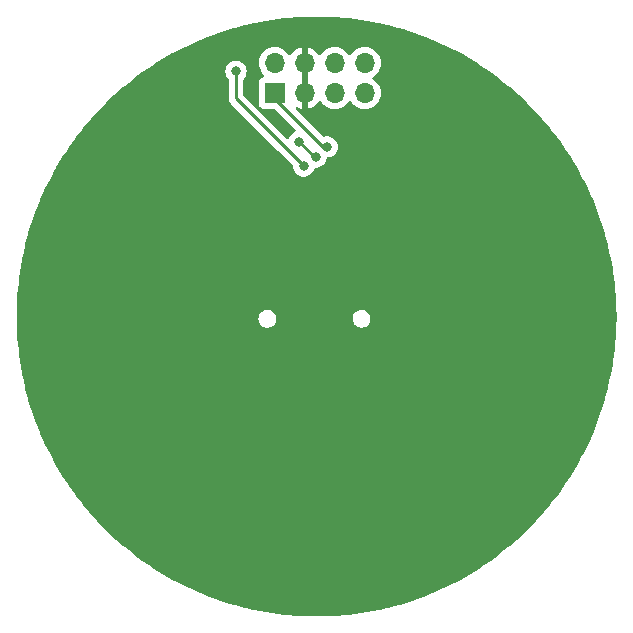
<source format=gbr>
%TF.GenerationSoftware,KiCad,Pcbnew,7.0.8*%
%TF.CreationDate,2025-03-05T08:55:57-05:00*%
%TF.ProjectId,cartridgeholder,63617274-7269-4646-9765-686f6c646572,rev?*%
%TF.SameCoordinates,Original*%
%TF.FileFunction,Copper,L2,Bot*%
%TF.FilePolarity,Positive*%
%FSLAX46Y46*%
G04 Gerber Fmt 4.6, Leading zero omitted, Abs format (unit mm)*
G04 Created by KiCad (PCBNEW 7.0.8) date 2025-03-05 08:55:57*
%MOMM*%
%LPD*%
G01*
G04 APERTURE LIST*
%TA.AperFunction,ComponentPad*%
%ADD10R,1.700000X1.700000*%
%TD*%
%TA.AperFunction,ComponentPad*%
%ADD11O,1.700000X1.700000*%
%TD*%
%TA.AperFunction,ViaPad*%
%ADD12C,0.800000*%
%TD*%
%TA.AperFunction,Conductor*%
%ADD13C,0.250000*%
%TD*%
G04 APERTURE END LIST*
D10*
%TO.P,J2,1,Pin_1*%
%TO.N,Net-(J2-Pin_1)*%
X131960000Y-103190000D03*
D11*
%TO.P,J2,2,Pin_2*%
%TO.N,Net-(J2-Pin_2)*%
X131960000Y-100650000D03*
%TO.P,J2,3,Pin_3*%
%TO.N,GND*%
X134500000Y-103190000D03*
%TO.P,J2,4,Pin_4*%
X134500000Y-100650000D03*
%TO.P,J2,5,Pin_5*%
%TO.N,Net-(J2-Pin_5)*%
X137040000Y-103190000D03*
%TO.P,J2,6,Pin_6*%
%TO.N,Net-(J2-Pin_6)*%
X137040000Y-100650000D03*
%TO.P,J2,7,Pin_7*%
%TO.N,Net-(J2-Pin_7)*%
X139580000Y-103190000D03*
%TO.P,J2,8,Pin_8*%
%TO.N,Net-(J2-Pin_8)*%
X139580000Y-100650000D03*
%TD*%
D12*
%TO.N,GND*%
X125520000Y-107930000D03*
X146670000Y-112380000D03*
X146560000Y-122080000D03*
X126340000Y-112410000D03*
X126080000Y-122050000D03*
%TO.N,Net-(J2-Pin_5)*%
X135450000Y-108610000D03*
X134030000Y-107310000D03*
%TO.N,Net-(J2-Pin_1)*%
X136400000Y-107750000D03*
%TO.N,Net-(J2-Pin_2)*%
X134417299Y-109377299D03*
X128680000Y-101370000D03*
%TD*%
D13*
%TO.N,Net-(J2-Pin_5)*%
X135330000Y-108610000D02*
X134030000Y-107310000D01*
X135450000Y-108610000D02*
X135330000Y-108610000D01*
%TO.N,Net-(J2-Pin_1)*%
X136040000Y-107750000D02*
X134240000Y-105950000D01*
X134230000Y-105950000D02*
X131960000Y-103680000D01*
X131960000Y-103680000D02*
X131960000Y-103190000D01*
X134240000Y-105950000D02*
X134230000Y-105950000D01*
X136400000Y-107750000D02*
X136040000Y-107750000D01*
%TO.N,Net-(J2-Pin_2)*%
X128680000Y-103640000D02*
X128680000Y-101370000D01*
X134417299Y-109377299D02*
X128680000Y-103640000D01*
%TD*%
%TA.AperFunction,Conductor*%
%TO.N,GND*%
G36*
X134750000Y-102754498D02*
G01*
X134642315Y-102705320D01*
X134535763Y-102690000D01*
X134464237Y-102690000D01*
X134357685Y-102705320D01*
X134250000Y-102754498D01*
X134250000Y-101085501D01*
X134357685Y-101134680D01*
X134464237Y-101150000D01*
X134535763Y-101150000D01*
X134642315Y-101134680D01*
X134750000Y-101085501D01*
X134750000Y-102754498D01*
G37*
%TD.AperFunction*%
%TA.AperFunction,Conductor*%
G36*
X136103585Y-96729538D02*
G01*
X136910860Y-96761658D01*
X137112563Y-96773704D01*
X137917860Y-96837888D01*
X138118963Y-96857947D01*
X138921103Y-96954100D01*
X139121250Y-96982139D01*
X139918884Y-97110098D01*
X140117773Y-97146075D01*
X140909695Y-97305645D01*
X141107007Y-97349503D01*
X141891918Y-97540421D01*
X142087406Y-97592109D01*
X142087427Y-97592115D01*
X142864049Y-97814066D01*
X143057283Y-97873470D01*
X143824571Y-98126154D01*
X144015302Y-98193199D01*
X144771879Y-98476167D01*
X144959790Y-98550739D01*
X145704559Y-98863578D01*
X145889350Y-98945560D01*
X146621087Y-99287760D01*
X146776629Y-99364304D01*
X146800586Y-99376094D01*
X146802446Y-99377009D01*
X147520025Y-99748042D01*
X147697714Y-99844443D01*
X148299060Y-100186337D01*
X148399932Y-100243687D01*
X148573667Y-100347088D01*
X149259435Y-100773919D01*
X149428964Y-100884172D01*
X150093500Y-101335405D01*
X150097222Y-101337932D01*
X150262192Y-101454808D01*
X150352331Y-101521400D01*
X150911881Y-101934776D01*
X151072106Y-102058143D01*
X151652200Y-102523454D01*
X151702194Y-102563556D01*
X151857377Y-102693187D01*
X152466889Y-103223263D01*
X152584301Y-103329547D01*
X152616798Y-103358964D01*
X153204714Y-103912816D01*
X153349142Y-104054400D01*
X153914589Y-104631204D01*
X154053242Y-104778385D01*
X154595319Y-105377222D01*
X154728013Y-105529801D01*
X155245862Y-106149726D01*
X155372362Y-106307430D01*
X155565968Y-106558877D01*
X155865163Y-106947462D01*
X155985326Y-107110116D01*
X156452257Y-107769184D01*
X156565871Y-107936507D01*
X157006239Y-108613630D01*
X157113088Y-108785298D01*
X157222913Y-108969827D01*
X157526209Y-109479432D01*
X157626132Y-109655183D01*
X158011347Y-110365221D01*
X158104194Y-110544787D01*
X158460862Y-111269550D01*
X158546524Y-111452726D01*
X158768005Y-111951961D01*
X158874055Y-112191004D01*
X158874080Y-112191059D01*
X158952399Y-112377512D01*
X159250338Y-113128275D01*
X159321179Y-113317684D01*
X159589054Y-114079755D01*
X159652282Y-114271750D01*
X159889652Y-115043876D01*
X159945210Y-115238279D01*
X160151699Y-116019250D01*
X160199467Y-116215635D01*
X160374749Y-117004219D01*
X160414679Y-117202385D01*
X160558463Y-117997271D01*
X160590489Y-118196906D01*
X160702555Y-118996862D01*
X160726618Y-119197610D01*
X160806792Y-120001389D01*
X160822856Y-120202938D01*
X160871012Y-121009281D01*
X160879050Y-121211283D01*
X160897121Y-122120000D01*
X160879050Y-123028716D01*
X160871012Y-123230718D01*
X160822856Y-124037061D01*
X160806792Y-124238610D01*
X160726618Y-125042389D01*
X160702555Y-125243137D01*
X160590489Y-126043093D01*
X160558463Y-126242728D01*
X160414679Y-127037614D01*
X160374749Y-127235780D01*
X160199467Y-128024364D01*
X160151699Y-128220749D01*
X159945210Y-129001720D01*
X159889652Y-129196123D01*
X159652282Y-129968249D01*
X159589054Y-130160244D01*
X159321179Y-130922315D01*
X159250338Y-131111724D01*
X158952399Y-131862487D01*
X158874080Y-132048940D01*
X158546524Y-132787273D01*
X158460862Y-132970449D01*
X158104194Y-133695212D01*
X158011347Y-133874778D01*
X157626132Y-134584816D01*
X157526209Y-134760567D01*
X157113095Y-135454690D01*
X157006239Y-135626369D01*
X156565871Y-136303492D01*
X156452257Y-136470815D01*
X155985326Y-137129883D01*
X155865163Y-137292537D01*
X155372373Y-137932556D01*
X155245862Y-138090273D01*
X154728013Y-138710198D01*
X154595319Y-138862777D01*
X154053242Y-139461614D01*
X153914589Y-139608795D01*
X153349147Y-140185594D01*
X153204714Y-140327183D01*
X152616798Y-140881035D01*
X152466880Y-141016744D01*
X151857382Y-141546809D01*
X151702194Y-141676443D01*
X151072115Y-142181850D01*
X150911881Y-142305223D01*
X150262194Y-142785189D01*
X150097222Y-142902067D01*
X149428960Y-143355830D01*
X149259435Y-143466080D01*
X148573667Y-143892911D01*
X148399932Y-143996312D01*
X147697703Y-144395562D01*
X147520014Y-144491963D01*
X146802450Y-144862988D01*
X146621087Y-144952239D01*
X145889340Y-145294444D01*
X145704546Y-145376426D01*
X144959798Y-145689257D01*
X144771879Y-145763832D01*
X144015289Y-146046805D01*
X143824542Y-146113854D01*
X143057312Y-146366520D01*
X142864049Y-146425933D01*
X142087400Y-146647892D01*
X141891881Y-146699587D01*
X141107005Y-146890496D01*
X140909677Y-146934357D01*
X140117786Y-147093922D01*
X139918852Y-147129906D01*
X139121249Y-147257860D01*
X138921062Y-147285904D01*
X138118991Y-147382049D01*
X137917848Y-147402112D01*
X137112569Y-147466294D01*
X136910820Y-147478343D01*
X136103627Y-147510460D01*
X135901527Y-147514479D01*
X135093715Y-147514479D01*
X134891614Y-147510460D01*
X134084421Y-147478343D01*
X133882672Y-147466294D01*
X133077393Y-147402112D01*
X132876250Y-147382049D01*
X132074179Y-147285904D01*
X131873992Y-147257860D01*
X131076389Y-147129906D01*
X130877455Y-147093922D01*
X130085564Y-146934357D01*
X129888236Y-146890496D01*
X129103360Y-146699587D01*
X128907841Y-146647892D01*
X128131192Y-146425933D01*
X127937929Y-146366520D01*
X127170699Y-146113854D01*
X126979952Y-146046805D01*
X126223362Y-145763832D01*
X126035443Y-145689257D01*
X125290695Y-145376426D01*
X125105901Y-145294444D01*
X124374154Y-144952239D01*
X124192791Y-144862988D01*
X123475227Y-144491963D01*
X123297538Y-144395562D01*
X122595309Y-143996312D01*
X122421574Y-143892911D01*
X121735806Y-143466080D01*
X121566281Y-143355830D01*
X120898019Y-142902067D01*
X120733047Y-142785189D01*
X120083360Y-142305223D01*
X120038072Y-142270353D01*
X119923098Y-142181827D01*
X119293047Y-141676443D01*
X119244271Y-141635699D01*
X119137841Y-141546793D01*
X118528375Y-141016756D01*
X118378443Y-140881035D01*
X117790527Y-140327183D01*
X117646094Y-140185594D01*
X117080652Y-139608795D01*
X116941999Y-139461614D01*
X116399922Y-138862777D01*
X116267228Y-138710198D01*
X115749379Y-138090273D01*
X115686123Y-138011414D01*
X115622853Y-137932536D01*
X115130078Y-137292537D01*
X115009915Y-137129883D01*
X114542984Y-136470815D01*
X114429370Y-136303492D01*
X113989002Y-135626369D01*
X113882158Y-135454709D01*
X113469032Y-134760567D01*
X113369109Y-134584816D01*
X112983894Y-133874778D01*
X112891051Y-133695219D01*
X112534374Y-132970438D01*
X112448717Y-132787273D01*
X112416134Y-132713830D01*
X112121162Y-132048940D01*
X112042842Y-131862487D01*
X111744897Y-131111709D01*
X111674062Y-130922315D01*
X111406187Y-130160244D01*
X111342959Y-129968249D01*
X111105590Y-129196123D01*
X111050031Y-129001720D01*
X110843543Y-128220749D01*
X110795775Y-128024364D01*
X110620486Y-127235752D01*
X110580566Y-127037633D01*
X110436777Y-126242721D01*
X110404755Y-126043111D01*
X110292683Y-125243114D01*
X110268623Y-125042389D01*
X110188449Y-124238610D01*
X110172385Y-124037061D01*
X110124229Y-123230718D01*
X110117456Y-123060499D01*
X110116192Y-123028716D01*
X110102773Y-122353933D01*
X130580069Y-122353933D01*
X130580070Y-122353935D01*
X130610533Y-122526704D01*
X130610534Y-122526707D01*
X130610535Y-122526711D01*
X130656861Y-122634106D01*
X130680024Y-122687805D01*
X130734679Y-122761218D01*
X130784791Y-122828530D01*
X130919187Y-122941301D01*
X130997234Y-122980497D01*
X131075962Y-123020037D01*
X131075963Y-123020037D01*
X131075967Y-123020039D01*
X131246679Y-123060499D01*
X131246682Y-123060499D01*
X131378101Y-123060499D01*
X131378109Y-123060499D01*
X131508655Y-123045240D01*
X131673516Y-122985236D01*
X131820095Y-122888829D01*
X131940491Y-122761218D01*
X132028211Y-122609281D01*
X132078529Y-122441210D01*
X132083612Y-122353933D01*
X138555669Y-122353933D01*
X138555670Y-122353935D01*
X138586133Y-122526704D01*
X138586134Y-122526707D01*
X138586135Y-122526711D01*
X138632461Y-122634106D01*
X138655624Y-122687805D01*
X138710279Y-122761218D01*
X138760391Y-122828530D01*
X138894787Y-122941301D01*
X138972834Y-122980497D01*
X139051562Y-123020037D01*
X139051563Y-123020037D01*
X139051567Y-123020039D01*
X139222279Y-123060499D01*
X139222282Y-123060499D01*
X139353701Y-123060499D01*
X139353709Y-123060499D01*
X139484255Y-123045240D01*
X139649116Y-122985236D01*
X139795695Y-122888829D01*
X139916091Y-122761218D01*
X140003811Y-122609281D01*
X140054129Y-122441210D01*
X140064330Y-122266065D01*
X140033865Y-122093289D01*
X139964376Y-121932196D01*
X139859609Y-121791470D01*
X139725213Y-121678699D01*
X139723841Y-121678010D01*
X139568437Y-121599962D01*
X139568433Y-121599961D01*
X139397721Y-121559501D01*
X139266291Y-121559501D01*
X139161854Y-121571708D01*
X139135743Y-121574760D01*
X139135741Y-121574761D01*
X138970885Y-121634763D01*
X138970881Y-121634765D01*
X138824307Y-121731168D01*
X138824306Y-121731169D01*
X138703911Y-121858778D01*
X138703908Y-121858784D01*
X138616189Y-122010718D01*
X138565871Y-122178789D01*
X138565870Y-122178794D01*
X138555669Y-122353933D01*
X132083612Y-122353933D01*
X132088730Y-122266065D01*
X132058265Y-122093289D01*
X131988776Y-121932196D01*
X131884009Y-121791470D01*
X131749613Y-121678699D01*
X131748241Y-121678010D01*
X131592837Y-121599962D01*
X131592833Y-121599961D01*
X131422121Y-121559501D01*
X131290691Y-121559501D01*
X131186254Y-121571708D01*
X131160143Y-121574760D01*
X131160141Y-121574761D01*
X130995285Y-121634763D01*
X130995281Y-121634765D01*
X130848707Y-121731168D01*
X130848706Y-121731169D01*
X130728311Y-121858778D01*
X130728308Y-121858784D01*
X130640589Y-122010718D01*
X130590271Y-122178789D01*
X130590270Y-122178794D01*
X130580069Y-122353933D01*
X110102773Y-122353933D01*
X110100131Y-122221075D01*
X110100131Y-122018924D01*
X110101856Y-121932194D01*
X110116191Y-121211280D01*
X110124226Y-121009319D01*
X110172385Y-120202930D01*
X110188449Y-120001389D01*
X110268623Y-119197610D01*
X110292687Y-118996862D01*
X110404756Y-118196879D01*
X110436772Y-117997307D01*
X110580569Y-117202347D01*
X110620482Y-117004267D01*
X110795782Y-116215603D01*
X110843543Y-116019250D01*
X111050044Y-115238229D01*
X111105590Y-115043876D01*
X111342965Y-114271732D01*
X111406178Y-114079781D01*
X111674065Y-113317677D01*
X111744891Y-113128305D01*
X112042848Y-112377498D01*
X112121162Y-112191059D01*
X112448723Y-111452711D01*
X112534357Y-111269595D01*
X112891054Y-110544773D01*
X112983875Y-110365256D01*
X113369117Y-109655168D01*
X113451369Y-109510500D01*
X113469006Y-109479475D01*
X113882156Y-108785293D01*
X113988973Y-108613675D01*
X114338927Y-108075573D01*
X114429370Y-107936507D01*
X114470835Y-107875439D01*
X114542968Y-107769206D01*
X115009925Y-107110101D01*
X115026156Y-107088133D01*
X115130078Y-106947462D01*
X115622895Y-106307408D01*
X115749353Y-106149756D01*
X116267251Y-105529773D01*
X116399903Y-105377242D01*
X116942027Y-104778354D01*
X117080618Y-104631239D01*
X117646134Y-104054365D01*
X117790493Y-103912848D01*
X118378488Y-103358922D01*
X118528319Y-103223292D01*
X119137885Y-102693168D01*
X119293011Y-102563584D01*
X119923136Y-102058142D01*
X120083319Y-101934806D01*
X120733086Y-101454781D01*
X120852753Y-101370000D01*
X127774540Y-101370000D01*
X127794326Y-101558256D01*
X127794327Y-101558259D01*
X127852818Y-101738277D01*
X127852821Y-101738284D01*
X127947467Y-101902216D01*
X127983739Y-101942500D01*
X128022650Y-101985715D01*
X128052880Y-102048706D01*
X128054500Y-102068687D01*
X128054500Y-103557255D01*
X128052775Y-103572872D01*
X128053061Y-103572899D01*
X128052326Y-103580665D01*
X128054500Y-103649814D01*
X128054500Y-103679343D01*
X128054501Y-103679360D01*
X128055368Y-103686231D01*
X128055826Y-103692050D01*
X128057290Y-103738624D01*
X128057291Y-103738627D01*
X128062880Y-103757867D01*
X128066824Y-103776911D01*
X128069336Y-103796792D01*
X128086490Y-103840119D01*
X128088382Y-103845647D01*
X128101381Y-103890388D01*
X128111580Y-103907634D01*
X128120138Y-103925103D01*
X128127514Y-103943732D01*
X128154898Y-103981423D01*
X128158106Y-103986307D01*
X128181827Y-104026416D01*
X128181833Y-104026424D01*
X128195990Y-104040580D01*
X128208627Y-104055375D01*
X128220406Y-104071587D01*
X128240091Y-104087872D01*
X128256309Y-104101288D01*
X128260620Y-104105210D01*
X132273686Y-108118277D01*
X133478337Y-109322928D01*
X133511822Y-109384251D01*
X133513977Y-109397647D01*
X133521702Y-109471142D01*
X133531625Y-109565555D01*
X133531626Y-109565558D01*
X133590117Y-109745576D01*
X133590120Y-109745583D01*
X133684766Y-109909515D01*
X133811428Y-110050187D01*
X133964564Y-110161447D01*
X133964569Y-110161450D01*
X134137491Y-110238441D01*
X134137496Y-110238443D01*
X134322653Y-110277799D01*
X134322654Y-110277799D01*
X134511943Y-110277799D01*
X134511945Y-110277799D01*
X134697102Y-110238443D01*
X134870029Y-110161450D01*
X135023170Y-110050187D01*
X135149832Y-109909515D01*
X135244478Y-109745583D01*
X135293022Y-109596180D01*
X135332458Y-109538507D01*
X135396817Y-109511308D01*
X135410952Y-109510500D01*
X135544644Y-109510500D01*
X135544646Y-109510500D01*
X135729803Y-109471144D01*
X135902730Y-109394151D01*
X136055871Y-109282888D01*
X136182533Y-109142216D01*
X136277179Y-108978284D01*
X136335674Y-108798256D01*
X136339533Y-108761540D01*
X136366117Y-108696925D01*
X136423414Y-108656939D01*
X136462854Y-108650500D01*
X136494644Y-108650500D01*
X136494646Y-108650500D01*
X136679803Y-108611144D01*
X136852730Y-108534151D01*
X137005871Y-108422888D01*
X137132533Y-108282216D01*
X137227179Y-108118284D01*
X137285674Y-107938256D01*
X137305460Y-107750000D01*
X137285674Y-107561744D01*
X137227179Y-107381716D01*
X137132533Y-107217784D01*
X137005871Y-107077112D01*
X137004641Y-107076218D01*
X136852734Y-106965851D01*
X136852729Y-106965848D01*
X136679807Y-106888857D01*
X136679802Y-106888855D01*
X136534001Y-106857865D01*
X136494646Y-106849500D01*
X136305354Y-106849500D01*
X136218583Y-106867943D01*
X136139250Y-106884806D01*
X136069582Y-106879490D01*
X136025788Y-106851197D01*
X134740803Y-105566212D01*
X134730980Y-105553950D01*
X134730759Y-105554134D01*
X134725786Y-105548123D01*
X134706275Y-105529801D01*
X134675364Y-105500773D01*
X134664919Y-105490328D01*
X134654475Y-105479883D01*
X134648986Y-105475625D01*
X134644561Y-105471847D01*
X134610582Y-105439938D01*
X134610580Y-105439936D01*
X134604271Y-105435353D01*
X134604533Y-105434991D01*
X134584655Y-105420065D01*
X133768372Y-104603782D01*
X133734887Y-104542459D01*
X133739871Y-104472767D01*
X133781743Y-104416834D01*
X133847207Y-104392417D01*
X133908458Y-104403719D01*
X134036507Y-104463430D01*
X134036516Y-104463433D01*
X134250000Y-104520634D01*
X134250000Y-103625501D01*
X134357685Y-103674680D01*
X134464237Y-103690000D01*
X134535763Y-103690000D01*
X134642315Y-103674680D01*
X134750000Y-103625501D01*
X134750000Y-104520633D01*
X134963483Y-104463433D01*
X134963492Y-104463429D01*
X135177578Y-104363600D01*
X135371082Y-104228105D01*
X135538105Y-104061082D01*
X135668119Y-103875405D01*
X135722696Y-103831781D01*
X135792195Y-103824588D01*
X135854549Y-103856110D01*
X135871269Y-103875405D01*
X136001505Y-104061401D01*
X136168599Y-104228495D01*
X136265384Y-104296265D01*
X136362165Y-104364032D01*
X136362167Y-104364033D01*
X136362170Y-104364035D01*
X136576337Y-104463903D01*
X136804592Y-104525063D01*
X136981034Y-104540500D01*
X137039999Y-104545659D01*
X137040000Y-104545659D01*
X137040001Y-104545659D01*
X137098966Y-104540500D01*
X137275408Y-104525063D01*
X137503663Y-104463903D01*
X137717830Y-104364035D01*
X137911401Y-104228495D01*
X138078495Y-104061401D01*
X138208425Y-103875842D01*
X138263002Y-103832217D01*
X138332500Y-103825023D01*
X138394855Y-103856546D01*
X138411575Y-103875842D01*
X138541500Y-104061395D01*
X138541505Y-104061401D01*
X138708599Y-104228495D01*
X138805384Y-104296265D01*
X138902165Y-104364032D01*
X138902167Y-104364033D01*
X138902170Y-104364035D01*
X139116337Y-104463903D01*
X139344592Y-104525063D01*
X139521034Y-104540500D01*
X139579999Y-104545659D01*
X139580000Y-104545659D01*
X139580001Y-104545659D01*
X139638966Y-104540500D01*
X139815408Y-104525063D01*
X140043663Y-104463903D01*
X140257830Y-104364035D01*
X140451401Y-104228495D01*
X140618495Y-104061401D01*
X140754035Y-103867830D01*
X140853903Y-103653663D01*
X140915063Y-103425408D01*
X140935659Y-103190000D01*
X140915063Y-102954592D01*
X140853903Y-102726337D01*
X140754035Y-102512171D01*
X140748731Y-102504595D01*
X140618494Y-102318597D01*
X140451402Y-102151506D01*
X140451396Y-102151501D01*
X140265842Y-102021575D01*
X140222217Y-101966998D01*
X140215023Y-101897500D01*
X140246546Y-101835145D01*
X140265842Y-101818425D01*
X140380305Y-101738277D01*
X140451401Y-101688495D01*
X140618495Y-101521401D01*
X140754035Y-101327830D01*
X140853903Y-101113663D01*
X140915063Y-100885408D01*
X140935659Y-100650000D01*
X140915063Y-100414592D01*
X140853903Y-100186337D01*
X140754035Y-99972171D01*
X140748731Y-99964595D01*
X140618494Y-99778597D01*
X140451402Y-99611506D01*
X140451395Y-99611501D01*
X140257834Y-99475967D01*
X140257830Y-99475965D01*
X140257828Y-99475964D01*
X140043663Y-99376097D01*
X140043659Y-99376096D01*
X140043655Y-99376094D01*
X139815413Y-99314938D01*
X139815403Y-99314936D01*
X139580001Y-99294341D01*
X139579999Y-99294341D01*
X139344596Y-99314936D01*
X139344586Y-99314938D01*
X139116344Y-99376094D01*
X139116335Y-99376098D01*
X138902171Y-99475964D01*
X138902169Y-99475965D01*
X138708597Y-99611505D01*
X138541505Y-99778597D01*
X138411575Y-99964158D01*
X138356998Y-100007783D01*
X138287500Y-100014977D01*
X138225145Y-99983454D01*
X138208425Y-99964158D01*
X138078494Y-99778597D01*
X137911402Y-99611506D01*
X137911395Y-99611501D01*
X137717834Y-99475967D01*
X137717830Y-99475965D01*
X137717828Y-99475964D01*
X137503663Y-99376097D01*
X137503659Y-99376096D01*
X137503655Y-99376094D01*
X137275413Y-99314938D01*
X137275403Y-99314936D01*
X137040001Y-99294341D01*
X137039999Y-99294341D01*
X136804596Y-99314936D01*
X136804586Y-99314938D01*
X136576344Y-99376094D01*
X136576335Y-99376098D01*
X136362171Y-99475964D01*
X136362169Y-99475965D01*
X136168597Y-99611505D01*
X136001508Y-99778594D01*
X135871269Y-99964595D01*
X135816692Y-100008219D01*
X135747193Y-100015412D01*
X135684839Y-99983890D01*
X135668119Y-99964594D01*
X135538113Y-99778926D01*
X135538108Y-99778920D01*
X135371082Y-99611894D01*
X135177578Y-99476399D01*
X134963492Y-99376570D01*
X134963486Y-99376567D01*
X134750000Y-99319364D01*
X134750000Y-100214498D01*
X134642315Y-100165320D01*
X134535763Y-100150000D01*
X134464237Y-100150000D01*
X134357685Y-100165320D01*
X134250000Y-100214498D01*
X134250000Y-99319364D01*
X134249999Y-99319364D01*
X134036513Y-99376567D01*
X134036507Y-99376570D01*
X133822422Y-99476399D01*
X133822420Y-99476400D01*
X133628926Y-99611886D01*
X133628920Y-99611891D01*
X133461891Y-99778920D01*
X133461890Y-99778922D01*
X133331880Y-99964595D01*
X133277303Y-100008219D01*
X133207804Y-100015412D01*
X133145450Y-99983890D01*
X133128730Y-99964594D01*
X132998494Y-99778597D01*
X132831402Y-99611506D01*
X132831395Y-99611501D01*
X132637834Y-99475967D01*
X132637830Y-99475965D01*
X132637828Y-99475964D01*
X132423663Y-99376097D01*
X132423659Y-99376096D01*
X132423655Y-99376094D01*
X132195413Y-99314938D01*
X132195403Y-99314936D01*
X131960001Y-99294341D01*
X131959999Y-99294341D01*
X131724596Y-99314936D01*
X131724586Y-99314938D01*
X131496344Y-99376094D01*
X131496335Y-99376098D01*
X131282171Y-99475964D01*
X131282169Y-99475965D01*
X131088597Y-99611505D01*
X130921505Y-99778597D01*
X130785965Y-99972169D01*
X130785964Y-99972171D01*
X130686098Y-100186335D01*
X130686094Y-100186344D01*
X130624938Y-100414586D01*
X130624936Y-100414596D01*
X130604341Y-100649999D01*
X130604341Y-100650000D01*
X130624936Y-100885403D01*
X130624938Y-100885413D01*
X130686094Y-101113655D01*
X130686096Y-101113659D01*
X130686097Y-101113663D01*
X130765801Y-101284588D01*
X130785965Y-101327830D01*
X130785967Y-101327834D01*
X130874877Y-101454810D01*
X130921504Y-101521400D01*
X130921506Y-101521402D01*
X131043430Y-101643326D01*
X131076915Y-101704649D01*
X131071931Y-101774341D01*
X131030059Y-101830274D01*
X130999083Y-101847189D01*
X130867669Y-101896203D01*
X130867664Y-101896206D01*
X130752455Y-101982452D01*
X130752452Y-101982455D01*
X130666206Y-102097664D01*
X130666202Y-102097671D01*
X130615908Y-102232517D01*
X130609501Y-102292116D01*
X130609500Y-102292135D01*
X130609500Y-104087870D01*
X130609501Y-104087876D01*
X130615908Y-104147483D01*
X130666202Y-104282328D01*
X130666206Y-104282335D01*
X130752452Y-104397544D01*
X130752455Y-104397547D01*
X130867664Y-104483793D01*
X130867671Y-104483797D01*
X131002517Y-104534091D01*
X131002516Y-104534091D01*
X131009444Y-104534835D01*
X131062127Y-104540500D01*
X131884547Y-104540499D01*
X131951586Y-104560183D01*
X131972228Y-104576818D01*
X133687709Y-106292299D01*
X133721194Y-106353622D01*
X133716210Y-106423314D01*
X133674338Y-106479247D01*
X133650466Y-106493259D01*
X133602004Y-106514836D01*
X133577270Y-106525849D01*
X133577268Y-106525849D01*
X133577264Y-106525852D01*
X133424129Y-106637111D01*
X133297466Y-106777785D01*
X133202821Y-106941715D01*
X133202818Y-106941722D01*
X133182824Y-107003259D01*
X133143386Y-107060935D01*
X133079028Y-107088133D01*
X133010181Y-107076218D01*
X132977212Y-107052622D01*
X129341819Y-103417228D01*
X129308334Y-103355905D01*
X129305500Y-103329547D01*
X129305500Y-102068687D01*
X129325185Y-102001648D01*
X129337350Y-101985715D01*
X129355891Y-101965122D01*
X129412533Y-101902216D01*
X129507179Y-101738284D01*
X129565674Y-101558256D01*
X129585460Y-101370000D01*
X129565674Y-101181744D01*
X129507179Y-101001716D01*
X129412533Y-100837784D01*
X129285871Y-100697112D01*
X129221027Y-100650000D01*
X129132734Y-100585851D01*
X129132729Y-100585848D01*
X128959807Y-100508857D01*
X128959802Y-100508855D01*
X128814001Y-100477865D01*
X128774646Y-100469500D01*
X128585354Y-100469500D01*
X128552897Y-100476398D01*
X128400197Y-100508855D01*
X128400192Y-100508857D01*
X128227270Y-100585848D01*
X128227265Y-100585851D01*
X128074129Y-100697111D01*
X127947466Y-100837785D01*
X127852821Y-101001715D01*
X127852818Y-101001722D01*
X127809618Y-101134680D01*
X127794326Y-101181744D01*
X127774540Y-101370000D01*
X120852753Y-101370000D01*
X120897973Y-101337963D01*
X121566320Y-100884143D01*
X121735785Y-100773932D01*
X122421582Y-100347082D01*
X122595310Y-100243687D01*
X123297546Y-99844433D01*
X123475189Y-99748056D01*
X124192807Y-99377003D01*
X124374154Y-99287760D01*
X124417675Y-99267407D01*
X125105943Y-98945535D01*
X125290662Y-98863586D01*
X126035464Y-98550733D01*
X126223333Y-98476177D01*
X126980005Y-98193174D01*
X127170667Y-98126155D01*
X127937968Y-97873466D01*
X128131185Y-97814067D01*
X128907880Y-97592096D01*
X129103306Y-97540425D01*
X129888277Y-97349493D01*
X130085546Y-97305645D01*
X130877459Y-97146077D01*
X131076370Y-97110096D01*
X131874003Y-96982137D01*
X132074172Y-96954096D01*
X132876258Y-96857949D01*
X133077346Y-96837891D01*
X133882693Y-96773703D01*
X134084384Y-96761658D01*
X134891659Y-96729538D01*
X135093715Y-96725521D01*
X135901527Y-96725521D01*
X136103585Y-96729538D01*
G37*
%TD.AperFunction*%
%TD*%
M02*

</source>
